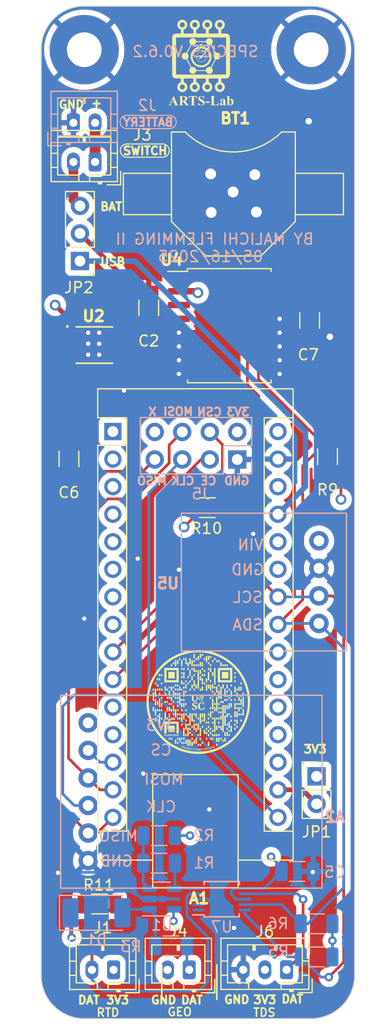
<source format=kicad_pcb>
(kicad_pcb (version 20241229) (generator "pcbnew") (generator_version "9.0")
  (layers (0 "F.Cu" mixed "Single-GND-Front") (4 "In1.Cu" power "AGND Plane") (6 "In2.Cu" power "3V3 Power Plane") (2 "B.Cu" mixed "Single-GND-Back") (13 "F.Paste" user) (15 "B.Paste" user) (5 "F.SilkS" user "F.Silkscreen") (7 "B.SilkS" user "B.Silkscreen") (1 "F.Mask" user) (3 "B.Mask" user) (25 "Edge.Cuts" user))
  (net 0 "")
  (net 4 "GND")
  (net 9 "CE")
  (net 10 "CSN")
  (net 11 "RTD")
  (net 13 "SD_CS")
  (net 14 "MOSI")
  (net 15 "MISO")
  (net 16 "CLK")
  (net 17 "3V3")
  (net 18 "Net-(JP2-C)")
  (net 19 "EC_DATA")
  (net 23 "SDA")
  (net 24 "SCL")
  (net 28 "Net-(BT1-+)")
  (net 29 "BATT")
  (net 31 "GEOPHONE")
  (net 32 "GNDA")
  (net 37 "Net-(D1-A)")
  (net 38 "Net-(U7-AIN1)")
  (net 39 "Net-(U1--)")
  (net 45 "Net-(A1-3V3)")
  (net 46 "+BATT")
  (net 47 "5V0")
  (footprint "Connector_PinSocket_2.54mm:PinSocket_2x04_P2.54mm_Vertical" (layer "F.Cu") (at 180.93 94.11 -90)
    (property "Reference" "J5" (at 3.172 3.35 0) (layer "B.SilkS") (effects (justify mirror)))
    (property "Value" "Conn_02x04")
    (pad "1" thru_hole rect (at 0 0 270) (size 1.7 1.7) (drill 1) (layers "*.Cu" "*.Mask") (net 4 "GND"))
    (pad "2" thru_hole oval (at -2.54 0 270) (size 1.7 1.7) (drill 1) (layers "*.Cu" "*.Mask") (net 17 "3V3"))
    (pad "3" thru_hole oval (at 0 2.54 270) (size 1.7 1.7) (drill 1) (layers "*.Cu" "*.Mask") (net 9 "CE"))
    (pad "4" thru_hole oval (at -2.54 2.54 270) (size 1.7 1.7) (drill 1) (layers "*.Cu" "*.Mask") (net 10 "CSN"))
    (pad "5" thru_hole oval (at 0 5.08 270) (size 1.7 1.7) (drill 1) (layers "*.Cu" "*.Mask") (net 16 "CLK"))
    (pad "6" thru_hole oval (at -2.54 5.08 270) (size 1.7 1.7) (drill 1) (layers "*.Cu" "*.Mask") (net 14 "MOSI"))
    (pad "7" thru_hole oval (at 0 7.62 270) (size 1.7 1.7) (drill 1) (layers "*.Cu" "*.Mask") (net 15 "MISO"))
    (pad "8" thru_hole oval (at -2.54 7.62 270) (size 1.7 1.7) (drill 1) (layers "*.Cu" "*.Mask"))
  )
  (footprint "MountingHole:MountingHole_3.2mm_M3_Pad" (layer "F.Cu") (at 166.8 56.34)
    (property "Reference" "H1" (hide yes))
    (property "Value" "MountingHole_Pad")
    (pad "1" thru_hole circle (at 0 0) (size 6.4 6.4) (drill 3.2) (layers "*.Cu" "*.Mask") (net 4 "GND"))
  )
  (footprint "Connector_PinHeader_2.54mm:PinHeader_1x02_P2.54mm_Vertical" (layer "F.Cu") (at 188.248 123.316)
    (property "Reference" "JP1" (at 0 5.114 0) (layer "F.SilkS"))
    (property "Value" "Jumper_2")
    (pad "1" thru_hole rect (at 0 0) (size 1.7 1.7) (drill 1) (layers "*.Cu" "*.Mask") (net 17 "3V3"))
    (pad "2" thru_hole oval (at 0 2.54) (size 1.7 1.7) (drill 1) (layers "*.Cu" "*.Mask") (net 45 "Net-(A1-3V3)"))
  )
  (footprint "kitest:battery_holder_10mm" (layer "F.Cu") (at 180.57 69.64)
    (property "Reference" "BT1" (at 0.18 -6.97 180) (layer "F.SilkS") (effects (font (thickness 0.25) (bold yes))))
    (property "Value" "Battery_Cell")
    (pad "1" smd rect (at -8.255 0 270) (size 3.5 3.5) (layers "F.Cu" "F.Mask") (net 28 "Net-(BT1-+)"))
    (pad "1" smd rect (at 8.255 0 270) (size 3.5 3.5) (layers "F.Cu" "F.Mask") (net 28 "Net-(BT1-+)"))
    (pad "2" smd circle (at 0 0 270) (size 8 8) (layers "F.Cu" "F.Mask") (net 4 "GND"))
  )
  (footprint "custom:JST_PH_B3B-PH-K_1x03_P2.00mm_Vertical" (layer "F.Cu") (at 185.48 141.14 180)
    (property "Reference" "J6" (at 2 3.51 180) (layer "F.SilkS"))
    (property "Value" "EC")
    (pad "1" thru_hole roundrect (at 0 0 180) (size 1.2 1.75) (drill 0.75) (layers "*.Cu" "*.Mask") (roundrect_rratio 0.208333) (net 19 "EC_DATA"))
    (pad "2" thru_hole oval (at 2 0 180) (size 1.2 1.75) (drill 0.75) (layers "*.Cu" "*.Mask") (net 17 "3V3"))
    (pad "3" thru_hole oval (at 4 0 180) (size 1.2 1.75) (drill 0.75) (layers "*.Cu" "*.Mask") (net 4 "GND"))
  )
  (footprint "kitest:ARTS_lab_logo" (layer "F.Cu") (at 177.58 57.53)
    (property "Reference" "G***" (hide yes))
    (property "Value" "LOGO" (hide yes))
  )
  (footprint "footprint:RH_8_1_ADI" (layer "F.Cu") (at 167.739 83.565)
    (property "Reference" "U2" (at -0.065 -2.667 0) (layer "F.SilkS") (effects (font (thickness 0.25) (bold yes))))
    (property "Value" "ADP124ARHZ-3.3-R7")
    (pad "1" smd rect (at -2.174999 -0.974999) (size 1.4112 0.4508) (layers "F.Cu" "F.Mask" "F.Paste") (net 17 "3V3"))
    (pad "2" smd rect (at -2.174999 -0.325001) (size 1.4112 0.4508) (layers "F.Cu" "F.Mask" "F.Paste") (net 17 "3V3"))
    (pad "3" smd rect (at -2.174999 0.325001) (size 1.4112 0.4508) (layers "F.Cu" "F.Mask" "F.Paste") (net 17 "3V3"))
    (pad "4" smd rect (at -2.174999 0.974999) (size 1.4112 0.4508) (layers "F.Cu" "F.Mask" "F.Paste") (net 4 "GND"))
    (pad "5" smd rect (at 2.174999 0.974999) (size 1.4112 0.4508) (layers "F.Cu" "F.Mask" "F.Paste") (net 18 "Net-(JP2-C)"))
    (pad "6" smd rect (at 2.174999 0.325001) (size 1.4112 0.4508) (layers "F.Cu" "F.Mask" "F.Paste"))
    (pad "7" smd rect (at 2.174999 -0.325001) (size 1.4112 0.4508) (layers "F.Cu" "F.Mask" "F.Paste") (net 18 "Net-(JP2-C)"))
    (pad "8" smd rect (at 2.174999 -0.974999) (size 1.4112 0.4508) (layers "F.Cu" "F.Mask" "F.Paste") (net 18 "Net-(JP2-C)"))
    (pad "EPAD" smd rect (at 0 0) (size 1.83 2.26) (layers "F.Cu" "F.Mask" "F.Paste") (net 4 "GND"))
  )
  (footprint "Resistor_SMD:R_1206_3216Metric" (layer "F.Cu") (at 189.264 93.852 90)
    (property "Reference" "R9" (at -3.048 0 180) (layer "F.SilkS"))
    (property "Value" "R_1kOhm")
    (pad "1" smd roundrect (at -1.4625 0 90) (size 1.125 1.75) (layers "F.Cu" "F.Mask" "F.Paste") (roundrect_rratio 0.222222) (net 17 "3V3"))
    (pad "2" smd roundrect (at 1.4625 0 90) (size 1.125 1.75) (layers "F.Cu" "F.Mask" "F.Paste") (roundrect_rratio 0.222222) (net 23 "SDA"))
  )
  (footprint "Connector_PinHeader_2.54mm:PinHeader_1x03_P2.54mm_Vertical" (layer "F.Cu") (at 166.404 75.818 180)
    (property "Reference" "JP2" (at 0.094 -2.452 0) (layer "F.SilkS"))
    (property "Value" "Jumper_3")
    (pad "1" thru_hole rect (at 0 0 180) (size 1.7 1.7) (drill 1) (layers "*.Cu" "*.Mask") (net 47 "5V0"))
    (pad "2" thru_hole oval (at 0 2.54 180) (size 1.7 1.7) (drill 1) (layers "*.Cu" "*.Mask") (net 18 "Net-(JP2-C)"))
    (pad "3" thru_hole oval (at 0 5.08 180) (size 1.7 1.7) (drill 1) (layers "*.Cu" "*.Mask") (net 29 "BATT"))
  )
  (footprint "custom:JST_PH_B2B-PH-K_1x02_P2.00mm_Vertical" (layer "F.Cu") (at 176.49 141.15 180)
    (property "Reference" "J4" (at 1 3.57 180) (layer "F.SilkS"))
    (property "Value" "GEO")
    (pad "1" thru_hole roundrect (at 0 0 180) (size 1.2 1.75) (drill 0.75) (layers "*.Cu" "*.Mask") (roundrect_rratio 0.208333) (net 31 "GEOPHONE"))
    (pad "2" thru_hole oval (at 2 0 180) (size 1.2 1.75) (drill 0.75) (layers "*.Cu" "*.Mask") (net 32 "GNDA"))
  )
  (footprint "Capacitor_SMD:C_1206_3216Metric" (layer "F.Cu") (at 165.388 94.057 -90)
    (property "Reference" "C6" (at 3.097 0 0) (layer "F.SilkS"))
    (property "Value" "C_1uF")
    (pad "1" smd roundrect (at -1.475 0 270) (size 1.15 1.8) (layers "F.Cu" "F.Mask" "F.Paste") (roundrect_rratio 0.217391) (net 17 "3V3"))
    (pad "2" smd roundrect (at 1.475 0 270) (size 1.15 1.8) (layers "F.Cu" "F.Mask" "F.Paste") (roundrect_rratio 0.217391) (net 4 "GND"))
  )
  (footprint "Resistor_SMD:R_1206_3216Metric" (layer "F.Cu") (at 168.21 135.08 180)
    (property "Reference" "R11" (at 0.06 1.75 180) (layer "F.SilkS"))
    (property "Value" "R_10K")
    (pad "1" smd roundrect (at -1.4625 0 180) (size 1.125 1.75) (layers "F.Cu" "F.Mask" "F.Paste") (roundrect_rratio 0.222222) (net 11 "RTD"))
    (pad "2" smd roundrect (at 1.4625 0 180) (size 1.125 1.75) (layers "F.Cu" "F.Mask" "F.Paste") (roundrect_rratio 0.222222) (net 32 "GNDA"))
  )
  (footprint "Module:Arduino_Nano" (layer "F.Cu") (at 169.445 91.535)
    (property "Reference" "A1" (at 7.955 43.025 180) (layer "F.SilkS") (effects (font (thickness 0.25) (bold yes))))
    (property "Value" "Arduino Nano")
    (pad "1" thru_hole rect (at 0 0) (size 1.6 1.6) (drill 1) (layers "*.Cu" "*.Mask"))
    (pad "2" thru_hole oval (at 0 2.54) (size 1.6 1.6) (drill 1) (layers "*.Cu" "*.Mask"))
    (pad "3" thru_hole oval (at 0 5.08) (size 1.6 1.6) (drill 1) (layers "*.Cu" "*.Mask"))
    (pad "4" thru_hole oval (at 0 7.62) (size 1.6 1.6) (drill 1) (layers "*.Cu" "*.Mask") (net 32 "GNDA"))
    (pad "5" thru_hole oval (at 0 10.16) (size 1.6 1.6) (drill 1) (layers "*.Cu" "*.Mask"))
    (pad "6" thru_hole oval (at 0 12.7) (size 1.6 1.6) (drill 1) (layers "*.Cu" "*.Mask"))
    (pad "7" thru_hole oval (at 0 15.24) (size 1.6 1.6) (drill 1) (layers "*.Cu" "*.Mask"))
    (pad "8" thru_hole oval (at 0 17.78) (size 1.6 1.6) (drill 1) (layers "*.Cu" "*.Mask"))
    (pad "9" thru_hole oval (at 0 20.32) (size 1.6 1.6) (drill 1) (layers "*.Cu" "*.Mask") (net 9 "CE"))
    (pad "10" thru_hole oval (at 0 22.86) (size 1.6 1.6) (drill 1) (layers "*.Cu" "*.Mask") (net 10 "CSN"))
    (pad "11" thru_hole oval (at 0 25.4) (size 1.6 1.6) (drill 1) (layers "*.Cu" "*.Mask"))
    (pad "12" thru_hole oval (at 0 27.94) (size 1.6 1.6) (drill 1) (layers "*.Cu" "*.Mask"))
    (pad "13" thru_hole oval (at 0 30.48) (size 1.6 1.6) (drill 1) (layers "*.Cu" "*.Mask") (net 13 "SD_CS"))
    (pad "14" thru_hole oval (at 0 33.02) (size 1.6 1.6) (drill 1) (layers "*.Cu" "*.Mask") (net 14 "MOSI"))
    (pad "15" thru_hole oval (at 0 35.56) (size 1.6 1.6) (drill 1) (layers "*.Cu" "*.Mask") (net 15 "MISO"))
    (pad "16" thru_hole oval (at 15.24 35.56) (size 1.6 1.6) (drill 1) (layers "*.Cu" "*.Mask") (net 16 "CLK"))
    (pad "17" thru_hole oval (at 15.24 33.02) (size 1.6 1.6) (drill 1) (layers "*.Cu" "*.Mask") (net 45 "Net-(A1-3V3)"))
    (pad "18" thru_hole oval (at 15.24 30.48) (size 1.6 1.6) (drill 1) (layers "*.Cu" "*.Mask") (net 17 "3V3"))
    (pad "19" thru_hole oval (at 15.24 27.94) (size 1.6 1.6) (drill 1) (layers "*.Cu" "*.Mask"))
    (pad "20" thru_hole oval (at 15.24 25.4) (size 1.6 1.6) (drill 1) (layers "*.Cu" "*.Mask"))
    (pad "21" thru_hole oval (at 15.24 22.86) (size 1.6 1.6) (drill 1) (layers "*.Cu" "*.Mask"))
    (pad "22" thru_hole oval (at 15.24 20.32) (size 1.6 1.6) (drill 1) (layers "*.Cu" "*.Mask"))
    (pad "23" thru_hole oval (at 15.24 17.78) (size 1.6 1.6) (drill 1) (layers "*.Cu" "*.Mask") (net 23 "SDA"))
    (pad "24" thru_hole oval (at 15.24 15.24) (size 1.6 1.6) (drill 1) (layers "*.Cu" "*.Mask") (net 24 "SCL"))
    (pad "25" thru_hole oval (at 15.24 12.7) (size 1.6 1.6) (drill 1) (layers "*.Cu" "*.Mask"))
    (pad "26" thru_hole oval (at 15.24 10.16) (size 1.6 1.6) (drill 1) (layers "*.Cu" "*.Mask"))
    (pad "27" thru_hole oval (at 15.24 7.62) (size 1.6 1.6) (drill 1) (layers "*.Cu" "*.Mask") (net 47 "5V0"))
    (pad "28" thru_hole oval (at 15.24 5.08) (size 1.6 1.6) (drill 1) (layers "*.Cu" "*.Mask"))
    (pad "29" thru_hole oval (at 15.24 2.54) (size 1.6 1.6) (drill 1) (layers "*.Cu" "*.Mask") (net 4 "GND"))
    (pad "30" thru_hole oval (at 15.24 0) (size 1.6 1.6) (drill 1) (layers "*.Cu" "*.Mask"))
  )
  (footprint "custom:JST_PH_B2B-PH-K_1x02_P2.00mm_Vertical" (layer "F.Cu") (at 169.51 141.15 180)
    (property "Reference" "J1" (at 1 3.88 180) (layer "F.SilkS"))
    (property "Value" "RTD")
    (pad "1" thru_hole roundrect (at 0 0 180) (size 1.2 1.75) (drill 0.75) (layers "*.Cu" "*.Mask") (roundrect_rratio 0.208333) (net 17 "3V3"))
    (pad "2" thru_hole oval (at 2 0 180) (size 1.2 1.75) (drill 0.75) (layers "*.Cu" "*.Mask") (net 11 "RTD"))
  )
  (footprint "Capacitor_SMD:C_1206_3216Metric" (layer "F.Cu") (at 172.754 80.136 90)
    (property "Reference" "C2" (at -3.048 0 180) (layer "F.SilkS"))
    (property "Value" "C_1uF")
    (pad "1" smd roundrect (at -1.475 0 90) (size 1.15 1.8) (layers "F.Cu" "F.Mask" "F.Paste") (roundrect_rratio 0.217391) (net 18 "Net-(JP2-C)"))
    (pad "2" smd roundrect (at 1.475 0 90) (size 1.15 1.8) (layers "F.Cu" "F.Mask" "F.Paste") (roundrect_rratio 0.217391) (net 4 "GND"))
  )
  (footprint "Package_SO:SOIC-16W_7.5x10.3mm_P1.27mm" (layer "F.Cu") (at 180.19 81.78)
    (property "Reference" "U4" (at -5.33 -6.07 0) (layer "F.SilkS") (effects (font (thickness 0.25) (bold yes))))
    (property "Value" "DS3231M")
    (pad "1" smd roundrect (at -4.65 -4.445) (size 2.05 0.6) (layers "F.Cu" "F.Mask" "F.Paste"))
    (pad "2" smd roundrect (at -4.65 -3.175) (size 2.05 0.6) (layers "F.Cu" "F.Mask" "F.Paste") (net 17 "3V3"))
    (pad "3" smd roundrect (at -4.65 -1.905) (size 2.05 0.6) (layers "F.Cu" "F.Mask" "F.Paste"))
    (pad "4" smd roundrect (at -4.65 -0.635) (size 2.05 0.6) (layers "F.Cu" "F.Mask" "F.Paste"))
    (pad "5" smd roundrect (at -4.65 0.635) (size 2.05 0.6) (layers "F.Cu" "F.Mask" "F.Paste") (net 4 "GND"))
    (pad "6" smd roundrect (at -4.65 1.905) (size 2.05 0.6) (layers "F.Cu" "F.Mask" "F.Paste") (net 4 "GND"))
    (pad "7" smd roundrect (at -4.65 3.175) (size 2.05 0.6) (layers "F.Cu" "F.Mask" "F.Paste") (net 4 "GND"))
    (pad "8" smd roundrect (at -4.65 4.445) (size 2.05 0.6) (layers "F.Cu" "F.Mask" "F.Paste") (net 4 "GND"))
    (pad "9" smd roundrect (at 4.65 4.445) (size 2.05 0.6) (layers "F.Cu" "F.Mask" "F.Paste") (net 4 "GND"))
    (pad "10" smd roundrect (at 4.65 3.175) (size 2.05 0.6) (layers "F.Cu" "F.Mask" "F.Paste") (net 4 "GND"))
    (pad "11" smd roundrect (at 4.65 1.905) (size 2.05 0.6) (layers "F.Cu" "F.Mask" "F.Paste") (net 4 "GND"))
    (pad "12" smd roundrect (at 4.65 0.635) (size 2.05 0.6) (layers "F.Cu" "F.Mask" "F.Paste") (net 4 "GND"))
    (pad "13" smd roundrect (at 4.65 -0.635) (size 2.05 0.6) (layers "F.Cu" "F.Mask" "F.Paste") (net 4 "GND"))
    (pad "14" smd roundrect (at 4.65 -1.905) (size 2.05 0.6) (layers "F.Cu" "F.Mask" "F.Paste") (net 28 "Net-(BT1-+)"))
    (pad "15" smd roundrect (at 4.65 -3.175) (size 2.05 0.6) (layers "F.Cu" "F.Mask" "F.Paste") (net 23 "SDA"))
    (pad "16" smd roundrect (at 4.65 -4.445) (size 2.05 0.6) (layers "F.Cu" "F.Mask" "F.Paste") (net 24 "SCL"))
  )
  (footprint "custom:JST_PH_B2B-PH-K_1x02_P2.00mm_Vertical" (layer "F.Cu") (at 167.8 66.69 180)
    (property "Reference" "J3" (at -4.37 2.5 180) (layer "F.SilkS"))
    (property "Value" "Conn_01x02")
    (pad "1" thru_hole roundrect (at 0 0 180) (size 1.2 1.75) (drill 0.75) (layers "*.Cu" "*.Mask") (roundrect_rratio 0.208333) (net 46 "+BATT"))
    (pad "2" thru_hole oval (at 2 0 180) (size 1.2 1.75) (drill 0.75) (layers "*.Cu" "*.Mask") (net 29 "BATT"))
  )
  (footprint "MountingHole:MountingHole_3.2mm_M3_Pad" (layer "F.Cu") (at 187.75 56.34)
    (property "Reference" "H2" (hide yes))
    (property "Value" "MountingHole_Pad")
    (pad "1" thru_hole circle (at 0 0) (size 6.4 6.4) (drill 3.2) (layers "*.Cu" "*.Mask") (net 4 "GND"))
  )
  (footprint "Capacitor_SMD:C_1206_3216Metric" (layer "F.Cu") (at 187.61 81.306 90)
    (property "Reference" "C7" (at -3.148 -0.124 180) (layer "F.SilkS"))
    (property "Value" "C_0.1uF")
    (pad "1" smd roundrect (at -1.475 0 90) (size 1.15 1.8) (layers "F.Cu" "F.Mask" "F.Paste") (roundrect_rratio 0.217391) (net 4 "GND"))
    (pad "2" smd roundrect (at 1.475 0 90) (size 1.15 1.8) (layers "F.Cu" "F.Mask" "F.Paste") (roundrect_rratio 0.217391) (net 28 "Net-(BT1-+)"))
  )
  (footprint "Resistor_SMD:R_1206_3216Metric" (layer "F.Cu") (at 178.16 98.55)
    (property "Reference" "R10" (at -0.072 1.906 0) (layer "F.SilkS"))
    (property "Value" "R_1kOhm")
    (pad "1" smd roundrect (at -1.4625 0) (size 1.125 1.75) (layers "F.Cu" "F.Mask" "F.Paste") (roundrect_rratio 0.222222) (net 17 "3V3"))
    (pad "2" smd roundrect (at 1.4625 0) (size 1.125 1.75) (layers "F.Cu" "F.Mask" "F.Paste") (roundrect_rratio 0.222222) (net 24 "SCL"))
  )
  (footprint "kitest:qrCode" (layer "B.Cu") (at 177.326 116.458 180)
    (property "Reference" "G***" (hide yes))
    (property "Value" "LOGO" (hide yes))
  )
  (footprint "kitest:SD Module" (layer "B.Cu") (at 178.595 134.8895 180)
    (property "Reference" "A2" (at -11.337 7.83 0) (layer "B.SilkS") (effects (font (thickness 0.25) (bold yes)) (justify mirror)))
    (property "Value" "SD_Card_Module")
    (fp_text user "3V3" (at 4.699 16.288 0) (layer "B.SilkS") (effects (justify mirror)))
    (fp_text user "CLK" (at 4.7066 8.7785 0) (layer "B.SilkS") (effects (justify mirror)))
    (fp_text user "MOSI" (at 4.445 11.303 0) (layer "B.SilkS") (effects (justify mirror)))
    (fp_text user "CS" (at 4.699 14.002 0) (layer "B.SilkS") (effects (justify mirror)))
    (fp_text user "MISO" (at 8.6436 6.0861 0) (layer "B.SilkS") (effects (justify mirror)))
    (fp_text user "GND" (at 8.8214 3.766 0) (layer "B.SilkS") (effects (justify mirror)))
    (pad "1" thru_hole circle (at 11.43 16.51 180) (size 1.8 1.8) (drill 1) (layers "*.Cu" "*.Mask") (net 17 "3V3"))
    (pad "2" thru_hole circle (at 11.43 13.97 180) (size 1.8 1.8) (drill 1) (layers "*.Cu" "*.Mask") (net 13 "SD_CS"))
    (pad "3" thru_hole circle (at 11.43 11.43 180) (size 1.8 1.8) (drill 1) (layers "*.Cu" "*.Mask") (net 14 "MOSI"))
    (pad "4" thru_hole circle (at 11.43 8.89 180) (size 1.8 1.8) (drill 1) (layers "*.Cu" "*.Mask") (net 16 "CLK"))
    (pad "5" thru_hole circle (at 11.43 6.35 180) (size 1.8 1.8) (drill 1) (layers "*.Cu" "*.Mask") (net 15 "MISO"))
    (pad "6" thru_hole circle (at 11.43 3.81 180) (size 1.8 1.8) (drill 1) (layers "*.Cu" "*.Mask") (net 4 "GND"))
  )
  (footprint "Resistor_SMD:R_1206_3216Metric" (layer "B.Cu") (at 188.248 139.954 180)
    (property "Reference" "R5" (at 3.518 0.514 0) (layer "B.SilkS") (effects (justify mirror)))
    (property "Value" "R_10K")
    (pad "1" smd roundrect (at -1.4625 0 180) (size 1.125 1.75) (layers "B.Cu" "B.Mask" "B.Paste") (roundrect_rratio 0.222222) (net 17 "3V3"))
    (pad "2" smd roundrect (at 1.4625 0 180) (size 1.125 1.75) (layers "B.Cu" "B.Mask" "B.Paste") (roundrect_rratio 0.222222) (net 24 "SCL"))
  )
  (footprint "custom:JST_PH_B2B-PH-K_1x02_P2.00mm_Vertical" (layer "B.Cu") (at 165.8 63.08)
    (property "Reference" "J2" (at 6.81 -1.61 180) (layer "B.SilkS") (effects (justify mirror)))
    (property "Value" "Conn_01x02")
    (pad "1" thru_hole roundrect (at 0 0) (size 1.2 1.75) (drill 0.75) (layers "*.Cu" "*.Mask") (roundrect_rratio 0.208333) (net 4 "GND"))
    (pad "2" thru_hole oval (at 2 0) (size 1.2 1.75) (drill 0.75) (layers "*.Cu" "*.Mask") (net 46 "+BATT"))
  )
  (footprint "Diode_SMD:D_MELF" (layer "B.Cu") (at 167.928 135.89)
    (property "Reference" "D1" (at 0 2.5 0) (layer "B.SilkS") (effects (justify mirror)))
    (property "Value" "SMZ1_770mV")
    (pad "1" smd roundrect (at -2.4 0) (size 1.5 2.7) (layers "B.Cu" "B.Mask" "B.Paste") (roundrect_rratio 0.1666666667) (net 32 "GNDA"))
    (pad "2" smd roundrect (at 2.4 0) (size 1.5 2.7) (layers "B.Cu" "B.Mask" "B.Paste") (roundrect_rratio 0.1666666667) (net 37 "Net-(D1-A)"))
  )
  (footprint "Resistor_SMD:R_1206_3216Metric" (layer "B.Cu") (at 173.7085 128.778)
    (property "Reference" "R2" (at 4.1423 -0.0254 0) (layer "B.SilkS") (effects (justify mirror)))
    (property "Value" "R_7.5K")
    (pad "1" smd roundrect (at -1.4625 0) (size 1.125 1.75) (layers "B.Cu" "B.Mask" "B.Paste") (roundrect_rratio 0.222222) (net 39 "Net-(U1--)"))
    (pad "2" smd roundrect (at 1.4625 0) (size 1.125 1.75) (layers "B.Cu" "B.Mask" "B.Paste") (roundrect_rratio 0.222222) (net 32 "GNDA"))
  )
  (footprint "kitest:BME260" (layer "B.Cu") (at 183.388 105.41)
    (property "Reference" "U5" (at -8.856 0.126 180) (layer "B.SilkS") (effects (font (thickness 0.25) (bold yes)) (justify mirror)))
    (property "Value" "BME260")
    (fp_text user "VIN" (at -1.236 -3.43 180) (layer "B.SilkS") (effects (justify mirror)))
    (fp_text user "GND" (at -1.49 -1.144 180) (layer "B.SilkS") (effects (justify mirror)))
    (fp_text user "SDA" (at -1.49 3.936 180) (layer "B.SilkS") (effects (justify mirror)))
    (fp_text user "SCL" (at -1.49 1.396 180) (layer "B.SilkS") (effects (justify mirror)))
    (pad "10" thru_hole circle (at 5.08 -1.27) (size 1.8 1.8) (drill 1) (layers "*.Cu" "*.Mask") (net 4 "GND"))
    (pad "11" thru_hole circle (at 5.08 1.27) (size 1.8 1.8) (drill 1) (layers "*.Cu" "*.Mask") (net 24 "SCL"))
    (pad "12" thru_hole circle (at 5.08 3.81) (size 1.8 1.8) (drill 1) (layers "*.Cu" "*.Mask") (net 23 "SDA"))
    (pad "13" thru_hole circle (at 5.08 -3.81) (size 1.8 1.8) (drill 1) (layers "*.Cu" "*.Mask") (net 17 "3V3"))
  )
  (footprint "Resistor_SMD:R_1206_3216Metric" (layer "B.Cu") (at 173.7085 131.318 180)
    (property "Reference" "R1" (at -4.1423 0.0254 0) (layer "B.SilkS") (effects (justify mirror)))
    (property "Value" "R_32K")
    (pad "1" smd roundrect (at -1.4625 0 180) (size 1.125 1.75) (layers "B.Cu" "B.Mask" "B.Paste") (roundrect_rratio 0.222222) (net 38 "Net-(U7-AIN1)"))
    (pad "2" smd roundrect (at 1.4625 0 180) (size 1.125 1.75) (layers "B.Cu" "B.Mask" "B.Paste") (roundrect_rratio 0.222222) (net 39 "Net-(U1--)"))
  )
  (footprint "Resistor_SMD:R_1206_3216Metric" (layer "B.Cu") (at 174.8135 138.938 180)
    (property "Reference" "R3" (at 3.7035 -0.062 0) (layer "B.SilkS") (effects (justify mirror)))
    (property "Value" "R_100")
    (pad "1" smd roundrect (at -1.4625 0 180) (size 1.125 1.75) (layers "B.Cu" "B.Mask" "B.Paste") (roundrect_rratio 0.222222) (net 31 "GEOPHONE"))
    (pad "2" smd roundrect (at 1.4625 0 180) (size 1.125 1.75) (layers "B.Cu" "B.Mask" "B.Paste") (roundrect_rratio 0.222222) (net 37 "Net-(D1-A)"))
  )
  (footprint "Capacitor_SMD:C_1206_3216Metric" (layer "B.Cu") (at 186.47 132.08)
    (property "Reference" "C5" (at 3.462 0.0595 0) (layer "B.SilkS") (effects (justify mirror)))
    (property "Value" "C_0.1uF")
    (pad "1" smd roundrect (at -1.475 0) (size 1.15 1.8) (layers "B.Cu" "B.Mask" "B.Paste") (roundrect_rratio 0.217391) (net 17 "3V3"))
    (pad "2" smd roundrect (at 1.475 0) (size 1.15 1.8) (layers "B.Cu" "B.Mask" "B.Paste") (roundrect_rratio 0.217391) (net 4 "GND"))
  )
  (footprint "Package_TO_SOT_SMD:SOT-23-5" (layer "B.Cu") (at 173.9625 134.62)
    (property "Reference" "U1" (at 0 2.4 0) (layer "B.SilkS") (effects (justify mirror)))
    (property "Value" "LM321")
    (pad "1" smd roundrect (at -1.1375 0.95) (size 1.325 0.6) (layers "B.Cu" "B.Mask" "B.Paste") (net 37 "Net-(D1-A)"))
    (pad "2" smd roundrect (at -1.1375 0) (size 1.325 0.6) (layers "B.Cu" "B.Mask" "B.Paste") (net 4 "GND"))
    (pad "3" smd roundrect (at -1.1375 -0.95) (size 1.325 0.6) (layers "B.Cu" "B.Mask" "B.Paste") (net 39 "Net-(U1--)"))
    (pad "4" smd roundrect (at 1.1375 -0.95) (size 1.325 0.6) (layers "B.Cu" "B.Mask" "B.Paste") (net 38 "Net-(U7-AIN1)"))
    (pad "5" smd roundrect (at 1.1375 0.95) (size 1.325 0.6) (layers "B.Cu" "B.Mask" "B.Paste") (net 17 "3V3"))
  )
  (footprint "Package_SO:TSSOP-10_3x3mm_P0.5mm" (layer "B.Cu") (at 179.494 134.636)
    (property "Reference" "U7" (at 0 2.55 0) (layer "B.SilkS") (effects (justify mirror)))
    (property "Value" "ADS1115IDGS")
    (pad "1" smd rect (at -2.15 1) (size 1.1 0.25) (layers "B.Cu" "B.Mask" "B.Paste"))
    (pad "2" smd rect (at -2.15 0.5) (size 1.1 0.25) (layers "B.Cu" "B.Mask" "B.Paste"))
    (pad "3" smd rect (at -2.15 0) (size 1.1 0.25) (layers "B.Cu" "B.Mask" "B.Paste") (net 4 "GND"))
    (pad "4" smd rect (at -2.15 -0.5) (size 1.1 0.25) (layers "B.Cu" "B.Mask" "B.Paste") (net 11 "RTD"))
    (pad "5" smd rect (at -2.15 -1) (size 1.1 0.25) (layers "B.Cu" "B.Mask" "B.Paste") (net 38 "Net-(U7-AIN1)"))
    (pad "6" smd rect (at 2.15 -1) (size 1.1 0.25) (layers "B.Cu" "B.Mask" "B.Paste") (net 17 "3V3"))
    (pad "7" smd rect (at 2.15 -0.5) (size 1.1 0.25) (layers "B.Cu" "B.Mask" "B.Paste") (net 19 "EC_DATA"))
    (pad "8" smd rect (at 2.15 0) (size 1.1 0.25) (layers "B.Cu" "B.Mask" "B.Paste") (net 17 "3V3"))
    (pad "9" smd rect (at 2.15 0.5) (size 1.1 0.25) (layers "B.Cu" "B.Mask" "B.Paste") (net 23 "SDA"))
    (pad "10" smd rect (at 2.15 1) (size 1.1 0.25) (layers "B.Cu" "B.Mask" "B.Paste") (net 24 "SCL"))
  )
  (footprint "Resistor_SMD:R_1206_3216Metric" (layer "B.Cu") (at 188.248 136.906 180)
    (property "Reference" "R6" (at 3.566 0.024 0) (layer "B.SilkS") (effects (justify mirror)))
    (property "Value" "R_10K")
    (pad "1" smd roundrect (at -1.4625 0 180) (size 1.125 1.75) (layers "B.Cu" "B.Mask" "B.Paste") (roundrect_rratio 0.222222) (net 17 "3V3"))
    (pad "2" smd roundrect (at 1.4625 0 180) (size 1.125 1.75) (layers "B.Cu" "B.Mask" "B.Paste") (roundrect_rratio 0.222222) (net 23 "SDA"))
  )
  (gr_line (start 170.74 66.250737) (end 174.04 66.250737) (stroke (width 0.1)) (layer "F.SilkS"))
  (gr_arc (start 170.74 66.250737) (mid 170.308188 66.071838) (end 170.129263 65.64) (stroke (width 0.1)) (layer "F.SilkS"))
  (gr_arc (start 174.650737 65.640737) (mid 174.471856 66.072582) (end 174.04 66.251474) (stroke (width 0.1)) (layer "F.SilkS"))
  (gr_line (start 179.04 143.872) (end 179.04 140.7) (stroke (width 0.15)) (layer "F.SilkS"))
  (gr_line (start 174.04 65.03) (end 170.74 65.03) (stroke (width 0.1)) (layer "F.SilkS"))
  (gr_line (start 173.96 143.83) (end 173.96 140.72) (stroke (width 0.15)) (layer "F.SilkS"))
  (gr_arc (start 170.129263 65.64) (mid 170.308157 65.208157) (end 170.74 65.029263) (stroke (width 0.1)) (layer "F.SilkS"))
  (gr_arc (start 174.04 65.03) (mid 174.471887 65.208865) (end 174.650737 65.640737) (stroke (width 0.1)) (layer "F.SilkS"))
  (gr_arc (start 175.292588 63.002588) (mid 175.113707 63.434444) (end 174.681851 63.613325) (stroke (width 0.1)) (layer "B.SilkS"))
  (gr_arc (start 170.721851 63.612588) (mid 170.289989 63.433713) (end 170.111114 63.001851) (stroke (width 0.1)) (layer "B.SilkS"))
  (gr_line (start 170.721851 63.612588) (end 174.681851 63.612588) (stroke (width 0.1)) (layer "B.SilkS"))
  (gr_arc (start 174.681851 62.391851) (mid 175.113707 62.570732) (end 175.292588 63.002588) (stroke (width 0.1)) (layer "B.SilkS"))
  (gr_line (start 170.721851 62.391114) (end 174.681851 62.391114) (stroke (width 0.1)) (layer "B.SilkS"))
  (gr_arc (start 170.111114 63.001851) (mid 170.29 62.57) (end 170.721851 62.391114) (stroke (width 0.1)) (layer "B.SilkS"))
  (gr_arc (start 166.8 145.65) (mid 163.985715 144.484285) (end 162.82 141.67) (stroke (width 0.1)) (layer "Edge.Cuts"))
  (gr_line (start 162.82 141.67) (end 162.82 56.299988) (stroke (width 0.1)) (layer "Edge.Cuts"))
  (gr_arc (start 187.75 52.319988) (mid 190.592578 53.497422) (end 191.770012 56.34) (stroke (width 0.1)) (layer "Edge.Cuts"))
  (gr_line (start 187.75 145.65) (end 166.8 145.65) (stroke (width 0.1)) (layer "Edge.Cuts"))
  (gr_line (start 187.75 52.319988) (end 166.8 52.319988) (stroke (width 0.1)) (layer "Edge.Cuts"))
  (gr_line (start 191.770012 56.34) (end 191.770012 141.629988) (stroke (width 0.1)) (layer "Edge.Cuts"))
  (gr_arc (start 191.770012 141.629988) (mid 190.592578 144.472566) (end 187.75 145.65) (stroke (width 0.1)) (layer "Edge.Cuts"))
  (gr_arc (start 162.82 56.299988) (mid 163.985715 53.485703) (end 166.8 52.319988) (stroke (width 0.1)) (layer "Edge.Cuts"))
  (gr_text "GND" (at 164.35 61.84 0) (layer "F.SilkS") (effects (font (size 0.75 0.75) (thickness 0.1875) (bold yes)) (justify left bottom)))
  (gr_text "DAT" (at 184.91 144.28 0) (layer "F.SilkS") (effects (font (size 0.75 0.75) (thickness 0.1875) (bold yes)) (justify left bottom)))
  (gr_text "3V3" (at 182.32 144.35 0) (layer "F.SilkS") (effects (font (size 0.75 0.75) (thickness 0.1875) (bold yes)) (justify left bottom)))
  (gr_text "DAT" (at 175.64 144.37 0) (layer "F.SilkS") (effects (font (size 0.75 0.75) (thickness 0.1875) (bold yes)) (justify left bottom)))
  (gr_text "BAT" (at 168.182 71.246 0) (layer "F.SilkS") (effects (font (size 0.75 0.75) (thickness 0.1875) (bold yes)) (justify left bottom)))
  (gr_text "RTD" (at 168.99 145.08 0) (layer "F.SilkS") (effects (font (size 0.75 0.75))))
  (gr_text "GEO" (at 175.61 145.03 0) (layer "F.SilkS") (effects (font (size 0.75 0.75))))
  (gr_text "+" (at 167.35 61.7 0) (layer "F.SilkS") (effects (font (size 0.75 0.75) (thickness 0.1875) (bold yes)) (justify left bottom)))
  (gr_text "DAT" (at 166.12 144.37 0) (layer "F.SilkS") (effects (font (size 0.75 0.75) (thickness 0.1875) (bold yes)) (justify left bottom)))
  (gr_text "3V3" (at 186.96 121.25 0) (layer "F.SilkS") (effects (font (size 0.75 0.75) (thickness 0.1875) (bold yes)) (justify left bottom)))
  (gr_text "3V3" (at 168.73 144.37 0) (layer "F.SilkS") (effects (font (size 0.75 0.75) (thickness 0.1875) (bold yes)) (justify left bottom)))
  (gr_text "GND" (at 172.87 144.37 0) (layer "F.SilkS") (effects (font (size 0.75 0.75) (thickness 0.1875) (bold yes)) (justify left bottom)))
  (gr_text "SWITCH" (at 170.280737 66.095737 0) (layer "F.SilkS") (effects (font (size 0.75 0.75) (thickness 0.1875) (bold yes)) (justify left bottom)))
  (gr_text "GND" (at 179.62 144.33 0) (layer "F.SilkS") (effects (font (size 0.75 0.75) (thickness 0.1875) (bold yes)) (justify left bottom)))
  (gr_text "USB" (at 168.182 76.326 0) (layer "F.SilkS") (effects (font (size 0.75 0.75) (thickness 0.1875) (bold yes)) (justify left bottom)))
  (gr_text "TDS" (at 183.43 145.08 0) (layer "F.SilkS") (effects (font (size 0.75 0.75))))
  (gr_text "X" (at 173.58 90.154 0) (layer "B.SilkS") (effects (font (size 0.75 0.75) (thickness 0.1875) (bold yes)) (justify left bottom mirror)))
  (gr_text "BATTERY" (at 175.13 63.46 0) (layer "B.SilkS") (effects (font (size 0.75 0.75) (thickness 0.1875) (bold yes)) (justify left bottom mirror)))
  (gr_text "MOSI" (at 176.95 90.134 0) (layer "B.SilkS") (effects (font (size 0.75 0.75) (thickness 0.1875) (bold yes)) (justify left bottom mirror)))
  (gr_text "CSN" (at 179.612 90.17 0) (layer "B.SilkS") (effects (font (size 0.75 0.75) (thickness 0.1875) (bold yes)) (justify left bottom mirror)))
  (gr_text "CE" (at 179.104 96.52 0) (layer "B.SilkS") (effects (font (size 0.75 0.75) (thickness 0.1875) (bold yes)) (justify left bottom mirror)))
  (gr_text "BY MALICHI FLEMMING II \n05/16/2025" (at 178.461856 74.6 0) (layer "B.SilkS") (effects (font (size 1 1)) (justify mirror)))
  (gr_text "3V3" (at 182.152 90.17 0) (layer "B.SilkS") (effects (font (size 0.75 0.75) (thickness 0.1875) (bold yes)) (justify left bottom mirror)))
  (gr_text "MISO" (at 174.532 96.52 0) (layer "B.SilkS") (effects (font (size 0.75 0.75) (thickness 0.1875) (bold yes)) (justify left bottom mirror)))
  (gr_text "SPECIES V0.6.2" (at 177.072 56.514 0) (layer "B.SilkS") (effects (font (size 1 1)) (justify mirror)))
  (gr_text "GND" (at 182.152 96.52 0) (layer "B.SilkS") (effects (font (size 0.75 0.75) (thickness 0.1875) (bold yes)) (justify left bottom mirror)))
  (gr_text "CLK" (at 177.072 96.52 0) (layer "B.SilkS") (effects (font (size 0.75 0.75) (thickness 0.1875) (bold yes)) (justify left bottom mirror)))
  (segment (start 175.54 82.415) (end 175.54 86.225) (width 0.25) (layer "F.Cu") (net 4))
  (segment (start 184.84 81.145) (end 184.84 86.225) (width 0.25) (layer "F.Cu") (net 4))
  (segment (start 170.468 87.756) (end 167.739 85.027) (width 0.25) (layer "F.Cu") (net 4))
  (segment (start 187.61 82.781) (end 189.461 82.781) (width 0.25) (layer "F.Cu") (net 4))
  (segment (start 189.461 82.781) (end 189.484 82.804) (width 0.25) (layer "F.Cu") (net 4))
  (segment (start 167.739 85.027) (end 167.739 83.565) (width 0.25) (layer "F.Cu") (net 4))
  (via (at 184.84 83.692) (size 0.7) (drill 0.4) (layers "F.Cu" "B.Cu") (net 4))
  (via (at 180.628 137.286) (size 0.8) (drill 0.4) (layers "F.Cu" "B.Cu") (net 4))
  (via (at 164.372 132.206) (size 0.8) (drill 0.4) (layers "F.Cu" "B.Cu") (net 4))
  (via (at 182.69 71.3) (size 1.4) (drill 1) (layers "F.Cu" "B.Cu") (net 4))
  (via (at 178.52 71.34) (size 1.4) (drill 1) (layers "F.Cu" "B.Cu") (net 4))
  (via (at 168.182 83.438) (size 0.7) (drill 0.4) (layers "F.Cu" "B.Cu") (net 4))
  (via (at 178.47 67.79) (size 1.4) (drill 1) (layers "F.Cu" "B.Cu") (net 4))
  (via (at 171.738 103.25) (size 0.8) (drill 0.4) (layers "F.Cu" "B.Cu") (net 4))
  (via (at 168.182 84.454) (size 0.7) (drill 0.4) (layers "F.Cu" "B.Cu") (net 4))
  (via (at 184.84 81.152) (size 0.7) (drill 0.4) (layers "F.Cu" "B.Cu") (net 4))
  (via (at 184.84 84.962) (size 0.7) (drill 0.4) (layers "F.Cu" "B.Cu") (net 4))
  (via (at 189.484 82.804) (size 1) (drill 0.6) (layers "F.Cu" "B.Cu") (net 4))
  (via (at 167.166 82.422) (size 0.7) (drill 0.4) (layers "F.Cu" "B.Cu") (net 4))
  (via (at 184.84 86.225) (size 0.7) (drill 0.4) (layers "F.Cu" "B.Cu") (net 4))
  (via (at 166.8 108.78) (size 0.8) (drill 0.4) (layers "F.Cu" "B.Cu") (net 4))
  (via (at 168.182 82.422) (size 0.7) (drill 0.4) (layers "F.Cu" "B.Cu") (net 4))
  (via (at 184.84 82.422) (size 0.7) (drill 0.4) (layers "F.Cu" "B.Cu") (net 4))
  (via (at 182.55 67.86) (size 1.4) (drill 1) (layers "F.Cu" "B.Cu") (net 4))
  (via (at 175.548 104.266) (size 0.8) (drill 0.4) (layers "F.Cu" "B.Cu") (net 4))
  (via (at 175.548 84.962) (size 0.7) (drill 0.4) (layers "F.Cu" "B.Cu") (net 4))
  (via (at 187.52 62.93) (size 1) (drill 0.6) (layers "F.Cu" "B.Cu") (net 4))
  (via (at 180.54 69.45) (size 1.4) (drill 1) (layers "F.Cu" "B.Cu") (net 4))
  (via (at 175.54 86.225) (size 0.7) (drill 0.4) (layers "F.Cu" "B.Cu") (net 4))
  (via (at 175.548 83.692) (size 0.7) (drill 0.4) (layers "F.Cu" "B.Cu") (net 4))
  (via (at 175.548 82.422) (size 0.7) (drill 0.4) (layers "F.Cu" "B.Cu") (net 4))
  (via (at 172.246 123.062) (size 0.8) (drill 0.4) (layers "F.Cu" "B.Cu") (net 4))
  (via (at 170.468 87.756) (size 0.8) (drill 0.4) (layers "F.Cu" "B.Cu") (net 4))
  (via (at 182.406 100.964) (size 0.8) (drill 0.4) (layers "F.Cu" "B.Cu") (net 4))
  (via (at 178.342 126.364) (size 0.8) (drill 0.4) (layers "F.Cu" "B.Cu") (net 4))
  (via (at 187.9 132.1395) (size 0.8) (drill 0.4) (layers "F.Cu" "B.Cu") (net 4))
  (via (at 167.166 83.438) (size 0.7) (drill 0.4) (layers "F.Cu" "B.Cu") (net 4))
  (via (at 167.166 84.454) (size 0.7) (drill 0.4) (layers "F.Cu" "B.Cu") (net 4))
  (segment (start 178.169 134.636) (end 180.628 137.095) (width 0.25) (layer "B.Cu") (net 4))
  (segment (start 172.825 134.62) (end 172.1358 134.62) (width 0.25) (layer "B.Cu") (net 4))
  (segment (start 172.1358 134.62) (end 169.6778 132.162) (width 0.25) (layer "B.Cu") (net 4))
  (segment (start 169.6778 132.162) (end 164.416 132.162) (width 0.25) (layer "B.Cu") (net 4))
  (segment (start 180.628 137.095) (end 180.628 137.286) (width 0.25) (layer "B.Cu") (net 4))
  (segment (start 164.416 132.162) (end 164.372 132.206) (width 0.25) (layer "B.Cu") (net 4))
  (segment (start 177.344 134.636) (end 178.169 134.636) (width 0.25) (layer "B.Cu") (net 4))
  (segment (start 177.576 94.11) (end 178.39 94.11) (width 0.25) (layer "F.Cu") (net 9))
  (segment (start 173.897 107.403) (end 173.897 97.789) (width 0.25) (layer "F.Cu") (net 9))
  (segment (start 173.897 97.789) (end 177.576 94.11) (width 0.25) (layer "F.Cu") (net 9))
  (segment (start 169.445 111.855) (end 173.897 107.403) (width 0.25) (layer "F.Cu") (net 9))
  (segment (start 179.565 92.745) (end 179.565 96.375) (width 0.25) (layer "F.Cu") (net 10))
  (segment (start 178.14 105.7) (end 169.445 114.395) (width 0.25) (layer "F.Cu") (net 10))
  (segment (start 178.14 97.8) (end 178.14 105.7) (width 0.25) (layer "F.Cu") (net 10))
  (segment (start 179.565 96.375) (end 178.14 97.8) (width 0.25) (layer "F.Cu") (net 10))
  (segment (start 178.39 91.57) (end 179.565 92.745) (width 0.25) (layer "F.Cu") (net 10))
  (segment (start 167.51 139.27) (end 167.51 139.1225) (width 0.25) (layer "F.Cu") (net 11))
  (segment (start 167.51 139.27) (end 167.51 137.2425) (width 0.25) (layer "F.Cu") (net 11))
  (segment (start 167.51 141.15) (end 167.51 139.27) (width 0.25) (layer "F.Cu") (net 11))
  (segment (start 167.51 137.2425) (end 169.6725 135.08) (width 0.25) (layer "F.Cu") (net 11))
  (segment (start 177.35 143.11) (end 168.55 143.11) (width 0.25) (layer "B.Cu") (net 11))
  (segment (start 176.276 136.2) (end 176.31 136.2) (width 0.25) (layer "B.Cu") (net 11))
  (segment (start 176.276 134.379) (end 176.276 136.2) (width 0.25) (layer "B.Cu") (net 11))
  (segment (start 176.31 136.2) (end 178.22 138.11) (width 0.25) (layer "B.Cu") (net 11))
  (segment (start 177.344 134.136) (end 176.519 134.136) (width 0.25) (layer "B.Cu") (net 11))
  (segment (start 178.22 142.24) (end 177.35 143.11) (width 0.25) (layer "B.Cu") (net 11))
  (segment (start 176.519 134.136) (end 176.276 134.379) (width 0.25) (layer "B.Cu") (net 11))
  (segment (start 178.22 138.11) (end 178.22 142.24) (width 0.25) (layer "B.Cu") (net 11))
  (segment (start 168.55 143.11) (end 167.51 142.07) (width 0.25) (layer "B.Cu") (net 11))
  (segment (start 167.51 142.07) (end 167.51 141.15) (width 0.25) (layer "B.Cu") (net 11))
  (segment (start 168.2605 122.015) (end 169.445 122.015) (width 0.25) (layer "B.Cu") (net 13))
  (segment (start 167.165 120.9195) (end 168.2605 122.015) (width 0.25) (layer "B.Cu") (net 13))
  (segment (start 168.97901 97.74) (end 171.341701 97.74) (width 0.25) (layer "F.Cu") (net 14))
  (segment (start 165.6255 121.92) (end 166.25175 122.54625) (width 0.25) (layer "F.Cu") (net 14))
  (segment (start 168.2605 124.555) (end 169.445 124.555) (width 0.25) (layer "F.Cu") (net 14))
  (segment (start 174.64 94.441701) (end 174.64 92.78) (width 0.25) (layer "F.Cu") (net 14))
  (segment (start 174.64 92.78) (end 175.85 91.57) (width 0.25) (layer "F.Cu") (net 14))
  (segment (start 166.25175 122.54625) (end 165.35 121.6445) (width 0.25) (layer "F.Cu") (net 14))
  (segment (start 165.35 121.6445) (end 165.35 101.369009) (width 0.25) (layer "F.Cu") (net 14))
  (segment (start 171.341701 97.74) (end 174.64 94.441701) (width 0.25) (layer "F.Cu") (net 14))
  (segment (start 165.35 101.369009) (end 168.97901 97.74) (width 0.25) (layer "F.Cu") (net 14))
  (segment (start 166.25175 122.54625) (end 167.165 123.4595) (width 0.25) (layer "F.Cu") (net 14))
  (segment (start 167.165 123.4595) (end 168.2605 124.555) (width 0.25) (layer "F.Cu") (net 14))
  (segment (start 169.214 95.2) (end 169.418 95.2) (width 0.25) (layer "F.Cu") (net 15))
  (segment (start 169.445 127.095) (end 168.0005 128.5395) (width 0.25) (layer "F.Cu") (net 15))
  (segment (start 168.579 95.2) (end 164.084 99.695) (width 0.25) (layer "F.Cu") (net 15))
  (segment (start 164.084 100.965) (end 164.084 100.385008) (width 0.25) (layer "F.Cu") (net 15))
  (segment (start 164.084 99.695) (end 164.084 100.965) (width 0.25) (layer "F.Cu") (net 15))
  (segment (start 169.418 95.2) (end 168.579 95.2) (width 0.25) (layer "F.Cu") (net 15))
  (segment (start 167.165 128.5395) (end 164.084 125.4585) (width 0.25) (layer "F.Cu") (net 15))
  (segment (start 168.0005 128.5395) (end 167.165 128.5395) (width 0.25) (layer "F.Cu") (net 15))
  (segment (start 172.22 95.2) (end 173.31 94.11) (width 0.25) (layer "F.Cu") (net 15))
  (segment (start 169.418 95.2) (end 172.22 95.2) (width 0.25) (layer "F.Cu") (net 15))
  (segment (start 164.084 125.4585) (end 164.084 100.965) (width 0.25) (layer "F.Cu") (net 15))
  (segment (start 172.754 115.164) (end 172.754 97.206) (width 0.25) (layer "B.Cu") (net 16))
  (segment (start 175.827 118.237) (end 174.718 117.128) (width 0.25) (layer "B.Cu") (net 16))
  (segment (start 164.82 119.888) (end 164.82 116.866) (width 0.25) (layer "B.Cu") (net 16))
  (segment (start 164.82 124.942) (end 164.82 119.888) (width 0.25) (layer "B.Cu") (net 16))
  (segment (start 165.876 115.81) (end 173.4 115.81) (width 0.25) (layer "B.Cu") (net 16))
  (segment (start 164.82 119.888) (end 164.82 119.73) (width 0.25) (layer "B.Cu") (net 16))
  (segment (start 175.827 118.237) (end 184.685 127.095) (width 0.25) (layer "B.Cu") (net 16))
  (segment (start 164.82 116.866) (end 165.876 115.81) (width 0.25) (layer "B.Cu") (net 16))
  (segment (start 173.4 115.81) (end 174.718 117.128) (width 0.25) (layer "B.Cu") (net 16))
  (segment (start 172.754 97.206) (end 175.85 94.11) (width 0.25) (layer "B.Cu") (net 16))
  (segment (start 174.718 117.128) (end 172.754 115.164) (width 0.25) (layer "B.Cu") (net 16))
  (segment (start 165.8775 125.9995) (end 164.82 124.942) (width 0.25) (layer "B.Cu") (net 16))
  (segment (start 167.165 125.9995) (end 165.8775 125.9995) (width 0.25) (layer "B.Cu") (net 16))
  (segment (start 177.157 78.605) (end 177.292 78.74) (width 0.6) (layer "F.Cu") (net 17))
  (segment (start 176.6975 99.6545) (end 176.022 100.33) (width 0.25) (layer "F.Cu") (net 17))
  (segment (start 164.433401 83.889599) (end 165.083001 83.239999) (width 0.45) (layer "F.Cu") (net 17))
  (segment (start 190.5 96.5505) (end 190.5 97.79) (width 0.25) (layer "F.Cu") (net 17))
  (segment (start 164.118 79.882) (end 165.564001 81.328001) (width 0.45) (layer "F.Cu") (net 17))
  (segment (start 164.433401 91.627401) (end 164.433401 83.889599) (width 0.45) (layer "F.Cu") (net 17))
  (segment (start 175.54 78.605) (end 177.157 78.605) (width 0.6) (layer "F.Cu") (net 17))
  (segment (start 189.264 95.3145) (end 190.5 96.5505) (width 0.25) (layer "F.Cu") (net 17))
  (segment (start 165.388 92.582) (end 164.433401 91.627401) (width 0.45) (layer "F.Cu") (net 17))
  (segment (start 176.6975 98.55) (end 176.6975 99.6545) (width 0.25) (layer "F.Cu") (net 17))
  (segment (start 165.083001 83.239999) (end 165.564001 83.239999) (width 0.45) (layer "F.Cu") (net 17))
  (segment (start 165.564001 81.328001) (end 165.564001 83.890001) (width 0.45) (layer "F.Cu") (net 17))
  (via (at 164.118 79.882) (size 1) (drill 0.6) (layers "F.Cu" "B.Cu") (net 17))
  (via (at 184.05 130.7275) (size 0.8) (drill 0.4) (layers "F.Cu" "B.Cu") (net 17))
  (via (at 190.5 97.79) (size 1) (drill 0.6) (layers "F.Cu" "B.Cu") (net 17))
  (via (at 175.04 136.652) (size 0.8) (drill 0.4) (layers "F.Cu" "B.Cu") (net 17))
  (via (at 176.022 100.33) (size 1) (drill 0.6) (layers "F.Cu" "B.Cu") (net 17))
  (via (at 189.7105 138.46) (size 0.8) (drill 0.4) (layers "F.Cu" "B.Cu") (net 17))
  (via (at 177.292 78.74) (size 1) (drill 0.6) (layers "F.Cu" "B.Cu") (net 17))
  (segment (start 175.04 136.652) (end 175.04 135.63) (width 0.25) (layer "B.Cu") (net 17))
  (segment (start 180.819 134.636) (end 181.644 134.636) (width 0.25) (layer "B.Cu") (net 17))
  (segment (start 189.7105 138.46) (end 189.7105 136.906) (width 0.25) (layer "B.Cu") (net 17))
  (segment (start 184.995 132.08) (end 184.995 131.6725) (width 0.25) (layer "B.Cu") (net 17))
  (segment (start 180.374 134.191) (end 180.819 134.636) (width 0.25) (layer "B.Cu") (net 17))
  (segment (start 184.995 131.6725) (end 184.05 130.7275) (width 0.25) (layer "B.Cu") (net 17))
  (segment (start 183.439 133.636) (end 184.995 132.08) (width 0.25) (layer "B.Cu") (net 17))
  (segment (start 189.7105 139.954) (end 189.7105 138.46) (width 0.25) (layer "B.Cu") (net 17))
  (segment (start 175.04 135.63) (end 175.1 135.57) (width 0.25) (layer "B.Cu") (net 17))
  (segment (start 181.644 133.636) (end 180.596 133.636) (width 0.25) (layer "B.Cu") (net 17))
  (segment (start 180.374 133.858) (end 180.374 134.191) (width 0.25) (layer "B.Cu") (net 17))
  (segment (start 180.596 133.636) (end 180.374 133.858) (width 0.25) (layer "B.Cu") (net 17))
  (segment (start 181.644 133.636) (end 183.439 133.636) (width 0.25) (layer "B.Cu") (net 17))
  (segment (start 169.913999 76.787999) (end 169.913999 83.239999) (width 0.45) (layer "F.Cu") (net 18))
  (segment (start 169.913999 82.590001) (end 169.913999 83.239999) (width 0.45) (layer "F.Cu") (net 18))
  (segment (start 171.774999 82.590001) (end 171.774999 83.810001) (width 0.45) (layer "F.Cu") (net 18))
  (segment (start 171.774999 82.590001) (end 172.754 81.611) (width 0.45) (layer "F.Cu") (net 18))
  (segment (start 171.774999 83.810001) (end 171.045001 84.539999) (width 0.45) (layer "F.Cu") (net 18))
  (segment (start 171.045001 84.539999) (end 169.913999 84.539999) (width 0.45) (layer "F.Cu") (net 18))
  (segment (start 166.404 73.278) (end 169.913999 76.787999) (width 0.45) (layer "F.Cu") (net 18))
  (segment (start 169.913999 82.590001) (end 171.774999 82.590001) (width 0.45) (layer "F.Cu") (net 18))
  (segment (start 187.009 139.631) (end 186.989 139.631) (width 0.25) (layer "F.Cu") (net 19))
  (segment (start 187.009 134.651) (end 187.009 139.631) (width 0.25) (layer "F.Cu") (net 19))
  (segment (start 186.989 139.631) (end 185.48 141.14) (width 0.25) (layer "F.Cu") (net 19))
  (via (at 187.009 134.651) (size 0.8) (drill 0.4) (layers "F.Cu" "B.Cu") (net 19))
  (segment (start 186.494 134.136) (end 181.644 134.136) (width 0.25) (layer "B.Cu") (net 19))
  (segment (start 187.009 134.651) (end 186.494 134.136) (width 0.25) (layer "B.Cu") (net 19))
  (segment (start 183.4976 78.605) (end 184.84 78.605) (width 0.25) (layer "F.Cu") (net 23))
  (segment (start 189.264 92.3895) (end 188.5635 92.3895) (width 0.25) (layer "F.Cu") (net 23))
  (segment (start 186.97 107.03) (end 184.685 109.315) (width 0.25) (layer "F.Cu") (net 23))
  (segment (start 182.88 86.706) (end 182.88 79.2226) (width 0.25) (layer "F.Cu") (net 23))
  (segment (start 189.264 92.3895) (end 186.97 94.6835) (width 0.25) (layer "F.Cu") (net 23))
  (segment (start 188.5635 92.3895) (end 182.88 86.706) (width 0.25) (layer "F.Cu") (net 23))
  (segment (start 182.88 79.2226) (end 183.4976 78.605) (width 0.25) (layer "F.Cu") (net 23))
  (segment (start 186.97 94.6835) (end 186.97 107.03) (width 0.25) (layer "F.Cu") (net 23))
  (segment (start 188.468 109.22) (end 184.78 109.22) (width 0.25) (layer "B.Cu") (net 23))
  (segment (start 185.0155 135.136) (end 181.644 135.136) (width 0.25) (layer "B.Cu") (net 23))
  (segment (start 190.754 133.49) (end 190.754 111.506) (width 0.25) (layer "B.Cu") (net 23))
  (segment (start 190.754 133.586) (end 190.754 133.49) (width 0.25) (layer "B.Cu") (net 23))
  (segment (start 190.754 111.506) (end 188.468 109.22) (width 0.25) (layer "B.Cu") (net 23))
  (segment (start 187.434 136.906) (end 190.754 133.586) (width 0.25) (layer "B.Cu") (net 23))
  (segment (start 184.78 109.22) (end 184.685 109.315) (width 0.25) (layer "B.Cu") (net 23))
  (segment (start 186.7855 136.906) (end 185.0155 135.136) (width 0.25) (layer "B.Cu") (net 23))
  (segment (start 186.7855 136.906) (end 187.434 136.906) (width 0.25) (layer "B.Cu") (net 23))
  (segment (start 183.388 77.216) (end 181.864 78.74) (width 0.25) (layer "F.Cu") (net 24))
  (segment (start 190.754 107.696) (end 190.754 140.446) (width 0.25) (layer "F.Cu") (net 24))
  (segment (start 180.894 100.468) (end 180.894 102.984) (width 0.25) (layer "F.Cu") (net 24))
  (segment (start 179.6225 98.55) (end 179.6225 99.1965) (width 0.25) (layer "F.Cu") (net 24))
  (segment (start 184.84 77.335) (end 184.721 77.216) (width 0.25) (layer "F.Cu") (net 24))
  (segment (start 189.738 106.68) (end 190.754 107.696) (width 0.25) (layer "F.Cu") (net 24))
  (segment (start 179.6225 98.55) (end 182.914 95.2585) (width 0.25) (layer "F.Cu") (net 24))
  (segment (start 181.864 87.214) (end 182.914 88.264) (width 0.25) (layer "F.Cu") (net 24))
  (segment (start 184.685 106.775) (end 180.894 102.984) (width 0.25) (layer "F.Cu") (net 24))
  (segment (start 188.468 106.68) (end 189.738 106.68) (width 0.25) (layer "F.Cu") (net 24))
  (segment (start 179.6225 99.1965) (end 180.894 100.468) (width 0.25) (layer "F.Cu") (net 24))
  (segment (start 184.721 77.216) (end 183.388 77.216) (width 0.25) (layer "F.Cu") (net 24))
  (segment (start 190.754 140.446) (end 189.38 141.82) (width 0.25) (layer "F.Cu") (net 24))
  (segment (start 182.914 88.264) (end 182.914 95.2585) (width 0.25) (layer "F.Cu") (net 24))
  (segment (start 181.864 78.74) (end 181.864 87.214) (width 0.25) (layer "F.Cu") (net 24))
  (via (at 189.38 141.82) (size 0.8) (drill 0.4) (layers "F.Cu" "B.Cu") (net 24))
  (segment (start 181.644 135.636) (end 181.644 136.0256) (width 0.25) (layer "B.Cu") (net 24))
  (segment (start 181.644 136.0256) (end 185.5724 139.954) (width 0.25) (layer "B.Cu") (net 24))
  (segment (start 186.7855 139.954) (end 188.6515 141.82) (width 0.25) (layer "B.Cu") (net 24))
  (segment (start 185.5724 139.954) (end 186.7855 139.954) (width 0.25) (layer "B.Cu") (net 24))
  (segment (start 184.685 106.775) (end 188.373 106.775) (width 0.25) (layer "B.Cu") (net 24))
  (segment (start 188.6515 141.82) (end 189.38 141.82) (width 0.25) (layer "B.Cu") (net 24))
  (segment (start 188.373 106.775) (end 188.468 106.68) (width 0.25) (layer "B.Cu") (net 24))
  (segment (start 177.1396 75.4888) (end 172.315 70.6642) (width 0.6) (layer "F.Cu") (net 28))
  (segment (start 187.198 74.676) (end 188.825 73.049) (width 0.6) (layer "F.Cu") (net 28))
  (segment (start 186.0296 75.4888) (end 186.3852 75.4888) (width 0.6) (layer "F.Cu") (net 28))
  (segment (start 187.198 77.62) (end 187.198 78.191239) (width 0.6) (layer "F.Cu") (net 28))
  (segment (start 186.0296 75.4888) (end 177.1396 75.4888) (width 0.6) (layer "F.Cu") (net 28))
  (segment (start 187.198 77.62) (end 187.198 79.419) (width 0.6) (layer "F.Cu") (net 28))
  (segment (start 187.198 79.419) (end 187.61 79.831) (width 0.6) (layer "F.Cu") (net 28))
  (segment (start 172.315 70.6642) (end 172.315 69.64) (width 0.6) (layer "F.Cu") (net 28))
  (segment (start 188.825 73.049) (end 188.825 69.64) (width 0.6) (layer "F.Cu") (net 28))
  (segment (start 187.198 75.6412) (end 187.198 77.62) (width 0.6) (layer "F.Cu") (net 28))
  (segment (start 186.3852 75.4888) (end 187.198 74.676) (width 0.6) (layer "F.Cu") (net 28))
  (segment (start 186.742 79.875) (end 187.198 79.419) (width 0.6) (layer "F.Cu") (net 28))
  (segment (start 184.84 79.875) (end 186.742 79.875) (width 0.6) (layer "F.Cu") (net 28))
  (segment (start 187.198 75.6412) (end 187.198 74.676) (width 0.6) (layer "F.Cu") (net 28))
  (segment (start 185.514239 79.875) (end 184.84 79.875) (width 0.6) (layer "F.Cu") (net 28))
  (segment (start 165.8 70.134) (end 165.8 66.69) (width 0.9) (layer "F.Cu") (net 29))
  (segment (start 166.404 70.738) (end 165.8 70.134) (width 0.9) (layer "F.Cu") (net 29))
  (segment (start 176.276 140.936) (end 176.49 141.15) (width 0.25) (layer "B.Cu") (net 31))
  (segment (start 176.276 138.938) (end 176.276 140.936) (width 0.25) (layer "B.Cu") (net 31))
  (segment (start 166.7475 135.08) (end 165.642 136.1855) (width 0.25) (layer "F.Cu") (net 32))
  (segment (start 165.642 136.1855) (end 165.642 138.176) (width 0.25) (layer "F.Cu") (net 32))
  (via (at 165.642 138.176) (size 0.8) (drill 0.4) (layers "F.Cu" "B.Cu") (net 32))
  (via (at 176.564 128.778) (size 0.8) (drill 0.4) (layers "F.Cu" "B.Cu") (net 32))
  (segment (start 165.528 138.062) (end 165.642 138.176) (width 0.25) (layer "B.Cu") (net 32))
  (segment (start 165.528 135.89) (end 165.528 138.062) (width 0.25) (layer "B.Cu") (net 32))
  (segment (start 175.171 128.778) (end 176.564 128.778) (width 0.25) (layer "B.Cu") (net 32))
  (segment (start 173.0355 135.7805) (end 172.825 135.57) (width 0.25) (layer "B.Cu") (net 37))
  (segment (start 173.351 136.096) (end 172.825 135.57) (width 0.25) (layer "B.Cu") (net 37))
  (segment (start 172.825 135.57) (end 170.648 135.57) (width 0.25) (layer "B.Cu") (net 37))
  (segment (start 173.351 138.938) (end 173.351 136.096) (width 0.25) (layer "B.Cu") (net 37))
  (segment (start 170.648 135.57) (end 170.328 135.89) (width 0.25) (layer "B.Cu") (net 37))
  (segment (start 175.134 133.636) (end 175.1 133.67) (width 0.25) (layer "B.Cu") (net 38))
  (segment (start 175.171 133.599) (end 175.1 133.67) (width 0.25) (layer "B.Cu") (net 38))
  (segment (start 177.344 133.636) (end 175.134 133.636) (width 0.25) (layer "B.Cu") (net 38))
  (segment (start 175.171 131.318) (end 175.171 133.599) (width 0.25) (layer "B.Cu") (net 38))
  (segment (start 172.246 131.318) (end 172.246 133.091) (width 0.25) (layer "B.Cu") (net 39))
  (segment (start 172.246 133.091) (end 172.825 133.67) (width 0.25) (layer "B.Cu") (net 39))
  (segment (start 172.246 128.778) (end 172.246 131.318) (width 0.25) (layer "B.Cu") (net 39))
  (segment (start 186.947 124.555) (end 184.685 124.555) (width 0.45) (layer "F.Cu") (net 45))
  (segment (start 188.248 125.856) (end 186.947 124.555) (width 0.45) (layer "F.Cu") (net 45))
  (segment (start 167.8 63.08) (end 167.8 66.69) (width 1) (layer "F.Cu") (net 46))
  (segment (start 187.232 96.608) (end 184.685 99.155) (width 0.5) (layer "B.Cu") (net 47))
  (segment (start 171.484 75.818) (end 187.232 91.566) (width 0.5) (layer "B.Cu") (net 47))
  (segment (start 187.232 91.566) (end 187.232 96.608) (width 0.5) (layer "B.Cu") (net 47))
  (segment (start 166.404 75.818) (end 171.484 75.818) (width 0.5) (layer "B.Cu") (net 47))
  (zone (net 4) (net_name "GND") (layer "F.Cu") (priority 1) (connect_pads (clearance 0.508)) (min_thickness 0.25) (fill yes (thermal_gap 0.5) (thermal_bridge_width 0.5))
    (polygon (pts (xy 162.81 51.76) (xy 191.77 51.76) (xy 191.77 146.16) (xy 162.81 146.16)))
  )
  (zone (net 4) (net_name "GND") (layer "B.Cu") (priority 2) (connect_pads (clearance 0.508)) (min_thickness 0.25) (fill yes (thermal_gap 0.5) (thermal_bridge_width 0.5))
    (polygon (pts (xy 162.81 51.76) (xy 191.77 51.76) (xy 191.77 146.11) (xy 162.81 146.11)))
  )
)
</source>
